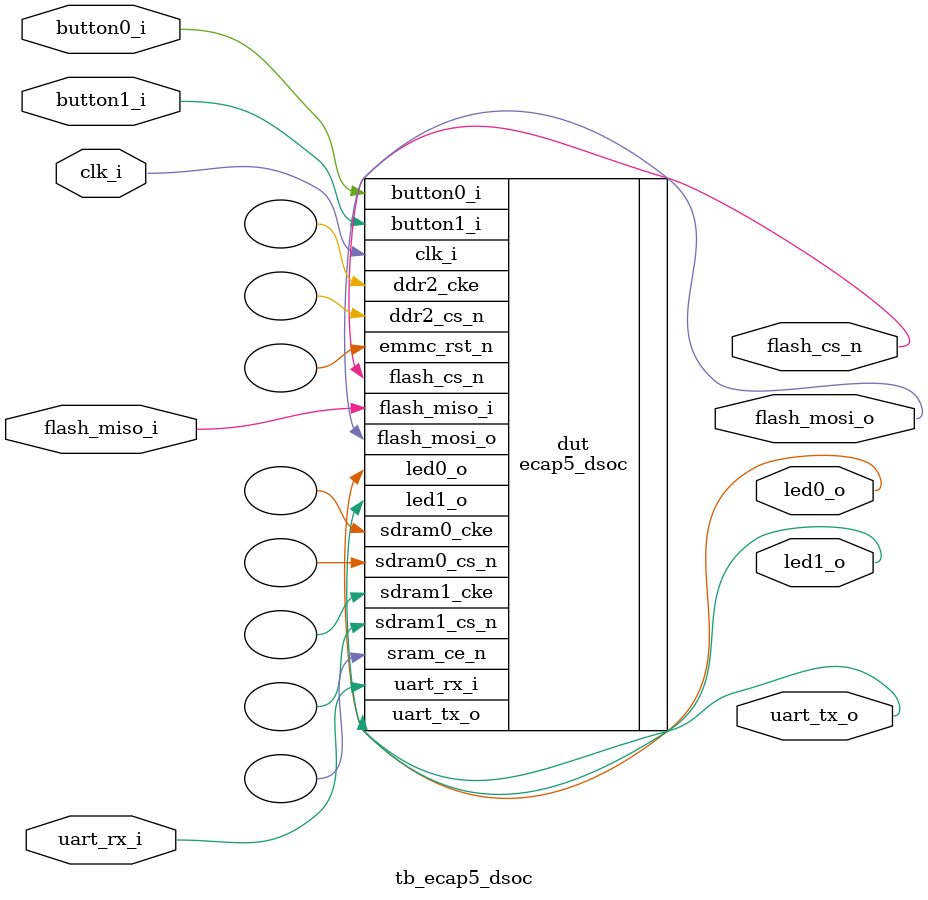
<source format=sv>
/*           __        _
 *  ________/ /  ___ _(_)__  ___
 * / __/ __/ _ \/ _ `/ / _ \/ -_)
 * \__/\__/_//_/\_,_/_/_//_/\__/
 * 
 * Copyright (C) Clément Chaine
 * This file is part of ECAP5-DSOC <https://github.com/ecap5/ECAP5-DSOC>
 *
 * ECAP5-DSOC is free software: you can redistribute it and/or modify
 * it under the terms of the GNU General Public License as published by
 * the Free Software Foundation, either version 3 of the License, or
 * (at your option) any later version.
 *
 * ECAP5-DSOC is distributed in the hope that it will be useful,
 * but WITHOUT ANY WARRANTY; without even the implied warranty of
 * MERCHANTABILITY or FITNESS FOR A PARTICULAR PURPOSE.  See the
 * GNU General Public License for more details.
 *
 * You should have received a copy of the GNU General Public License
 * along with ECAP5-DSOC.  If not, see <http://www.gnu.org/licenses/>.
 */

module tb_ecap5_dsoc (
  input logic  clk_i,

//=================================
  //    UART interface
  
  output logic uart_tx_o,
  input  logic uart_rx_i,
  
  //=================================
  //    LEDs interface

  output logic led0_o,
  output logic led1_o,

  //=================================
  //    Buttons interface

  input logic button0_i,
  input logic button1_i,

  //=================================
  //    SPI interface

  output logic flash_cs_n,
  output logic flash_mosi_o,
  input  logic flash_miso_i
);

ecap5_dsoc dut (
  .clk_i (clk_i),

  .uart_tx_o (uart_tx_o),
  .uart_rx_i (uart_rx_i),

  .led0_o (led0_o),
  .led1_o (led1_o),

  .button0_i (button0_i),
  .button1_i (button1_i),

  .flash_cs_n (flash_cs_n),
  .flash_mosi_o (flash_mosi_o),
  .flash_miso_i (flash_miso_i),

  .sram_ce_n (),
  .sdram0_cs_n (),
  .sdram0_cke (),
  .sdram1_cs_n (),
  .sdram1_cke (),
  .ddr2_cs_n (),
  .ddr2_cke (),
  .emmc_rst_n ()
);

endmodule // tb_ecap5_dsoc

</source>
